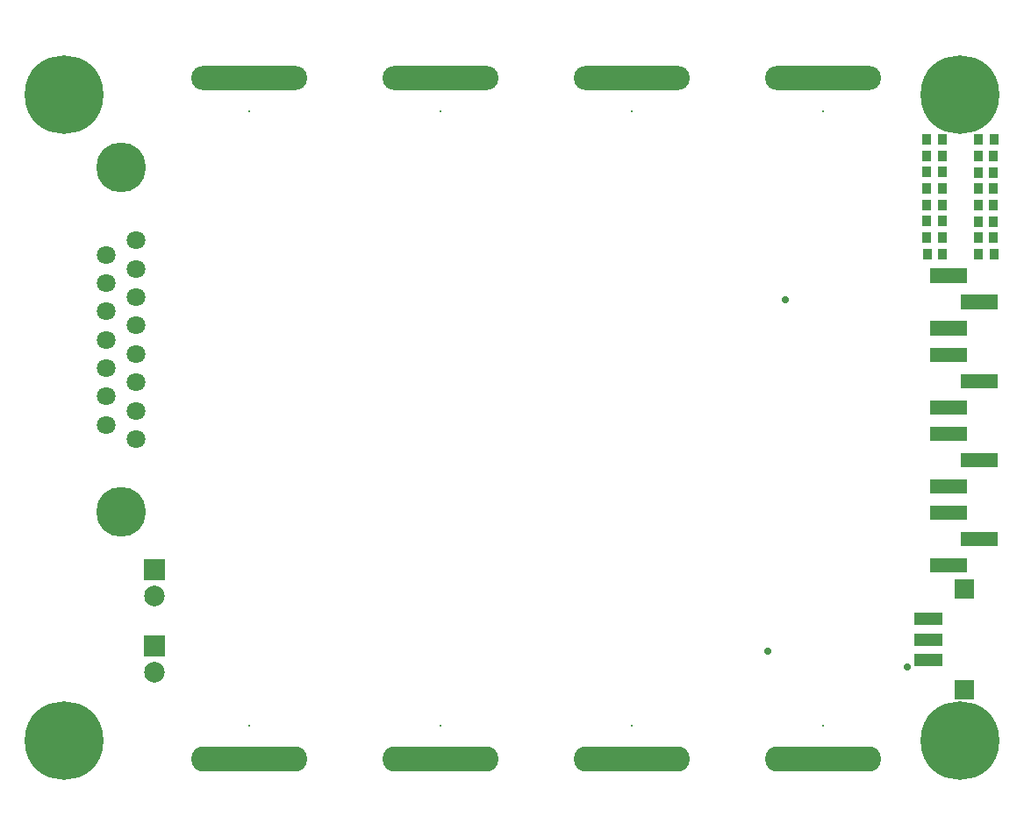
<source format=gbs>
G04*
G04 #@! TF.GenerationSoftware,Altium Limited,Altium Designer,18.1.9 (240)*
G04*
G04 Layer_Color=16711935*
%FSLAX25Y25*%
%MOIN*%
G70*
G01*
G75*
%ADD42R,0.03556X0.04343*%
%ADD51C,0.07847*%
%ADD52R,0.07847X0.07847*%
%ADD53C,0.07099*%
%ADD54C,0.18910*%
G04:AMPARAMS|DCode=55|XSize=8mil|YSize=8mil|CornerRadius=0mil|HoleSize=0mil|Usage=FLASHONLY|Rotation=90.000|XOffset=0mil|YOffset=0mil|HoleType=Round|Shape=RoundedRectangle|*
%AMROUNDEDRECTD55*
21,1,0.00800,0.00800,0,0,90.0*
21,1,0.00800,0.00800,0,0,90.0*
1,1,0.00000,0.00400,0.00400*
1,1,0.00000,0.00400,-0.00400*
1,1,0.00000,-0.00400,-0.00400*
1,1,0.00000,-0.00400,0.00400*
%
%ADD55ROUNDEDRECTD55*%
%ADD57C,0.29934*%
%ADD58C,0.02787*%
%ADD77R,0.07493X0.07493*%
%ADD78R,0.10839X0.04737*%
%ADD79R,0.14304X0.05800*%
G04:AMPARAMS|DCode=80|XSize=91.66mil|YSize=441.07mil|CornerRadius=45.83mil|HoleSize=0mil|Usage=FLASHONLY|Rotation=90.000|XOffset=0mil|YOffset=0mil|HoleType=Round|Shape=RoundedRectangle|*
%AMROUNDEDRECTD80*
21,1,0.09166,0.34941,0,0,90.0*
21,1,0.00000,0.44107,0,0,90.0*
1,1,0.09166,0.17471,0.00000*
1,1,0.09166,0.17471,0.00000*
1,1,0.09166,-0.17471,0.00000*
1,1,0.09166,-0.17471,0.00000*
%
%ADD80ROUNDEDRECTD80*%
G04:AMPARAMS|DCode=81|XSize=96.58mil|YSize=441.07mil|CornerRadius=48.29mil|HoleSize=0mil|Usage=FLASHONLY|Rotation=270.000|XOffset=0mil|YOffset=0mil|HoleType=Round|Shape=RoundedRectangle|*
%AMROUNDEDRECTD81*
21,1,0.09658,0.34449,0,0,270.0*
21,1,0.00000,0.44107,0,0,270.0*
1,1,0.09658,-0.17224,0.00000*
1,1,0.09658,-0.17224,0.00000*
1,1,0.09658,0.17224,0.00000*
1,1,0.09658,0.17224,0.00000*
%
%ADD81ROUNDEDRECTD81*%
G36*
X346937Y87051D02*
Y81649D01*
X360843D01*
Y87051D01*
X346937D01*
D02*
G37*
G36*
Y107051D02*
Y101649D01*
X360843D01*
Y107051D01*
X346937D01*
D02*
G37*
G36*
X358433Y97051D02*
Y91649D01*
X372339D01*
Y97051D01*
X358433D01*
D02*
G37*
G36*
X346937Y117081D02*
Y111679D01*
X360843D01*
Y117081D01*
X346937D01*
D02*
G37*
G36*
X358433Y127081D02*
Y121679D01*
X372339D01*
Y127081D01*
X358433D01*
D02*
G37*
G36*
X346937Y137081D02*
Y131679D01*
X360843D01*
Y137081D01*
X346937D01*
D02*
G37*
G36*
X346951Y147151D02*
Y141749D01*
X360857D01*
Y147151D01*
X346951D01*
D02*
G37*
G36*
X358447Y157151D02*
Y151749D01*
X372353D01*
Y157151D01*
X358447D01*
D02*
G37*
G36*
X346951Y167151D02*
Y161749D01*
X360857D01*
Y167151D01*
X346951D01*
D02*
G37*
G36*
Y177231D02*
Y171829D01*
X360857D01*
Y177231D01*
X346951D01*
D02*
G37*
G36*
X358447Y187231D02*
Y181829D01*
X372353D01*
Y187231D01*
X358447D01*
D02*
G37*
G36*
X346951Y197231D02*
Y191829D01*
X360857D01*
Y197231D01*
X346951D01*
D02*
G37*
D42*
X351653Y202810D02*
D03*
X345747D02*
D03*
X351513Y246320D02*
D03*
X345607D02*
D03*
X351443Y240104D02*
D03*
X345537D02*
D03*
X351443Y233889D02*
D03*
X345537D02*
D03*
X351443Y227673D02*
D03*
X345537D02*
D03*
X351443Y221457D02*
D03*
X345537D02*
D03*
X351443Y209026D02*
D03*
X345537D02*
D03*
X351443Y215241D02*
D03*
X345537D02*
D03*
X371133Y202740D02*
D03*
X365227D02*
D03*
X370923Y208956D02*
D03*
X365017D02*
D03*
X370923Y215171D02*
D03*
X365017D02*
D03*
X370923Y221387D02*
D03*
X365017D02*
D03*
X370923Y227603D02*
D03*
X365017D02*
D03*
X370923Y240034D02*
D03*
X365017D02*
D03*
X370923Y233819D02*
D03*
X365017D02*
D03*
X370993Y246250D02*
D03*
X365087D02*
D03*
D51*
X52184Y72800D02*
D03*
Y43730D02*
D03*
D52*
Y82800D02*
D03*
Y53730D02*
D03*
D53*
X45101Y207927D02*
D03*
Y197139D02*
D03*
Y186352D02*
D03*
Y175564D02*
D03*
Y164777D02*
D03*
Y153990D02*
D03*
Y143202D02*
D03*
Y132415D02*
D03*
X33920Y202533D02*
D03*
Y191745D02*
D03*
Y180958D02*
D03*
Y170171D02*
D03*
Y159383D02*
D03*
Y148596D02*
D03*
Y137808D02*
D03*
D54*
X39510Y104580D02*
D03*
Y235761D02*
D03*
D55*
X306285Y23457D02*
D03*
Y256897D02*
D03*
X233565Y23457D02*
D03*
Y256897D02*
D03*
X160845Y23457D02*
D03*
Y256897D02*
D03*
X88125Y23457D02*
D03*
Y256897D02*
D03*
D57*
X358254Y17717D02*
D03*
Y263370D02*
D03*
X17720Y17717D02*
D03*
Y263370D02*
D03*
D58*
X291954Y185390D02*
D03*
X338110Y45600D02*
D03*
X285031Y51761D02*
D03*
D77*
X359880Y36900D02*
D03*
Y75483D02*
D03*
D78*
X346199Y48317D02*
D03*
Y56191D02*
D03*
Y64065D02*
D03*
D79*
X353890Y84350D02*
D03*
X365386Y94350D02*
D03*
X353890Y104350D02*
D03*
Y114380D02*
D03*
X365386Y124380D02*
D03*
X353890Y134380D02*
D03*
X353904Y144450D02*
D03*
X365400Y154450D02*
D03*
X353904Y164450D02*
D03*
Y174530D02*
D03*
X365400Y184530D02*
D03*
X353904Y194530D02*
D03*
D80*
X306285Y269677D02*
D03*
X233565D02*
D03*
X160845D02*
D03*
X88125D02*
D03*
D81*
X306285Y10677D02*
D03*
X233565D02*
D03*
X160845D02*
D03*
X88125D02*
D03*
M02*

</source>
